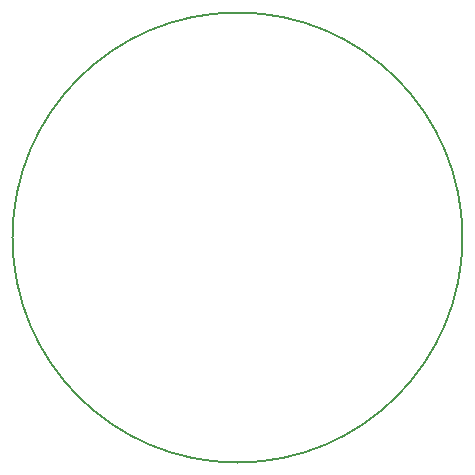
<source format=gbr>
%TF.GenerationSoftware,KiCad,Pcbnew,9.0.6*%
%TF.CreationDate,2026-01-10T16:59:14-06:00*%
%TF.ProjectId,hall_effect_breakout,68616c6c-5f65-4666-9665-63745f627265,rev?*%
%TF.SameCoordinates,Original*%
%TF.FileFunction,Profile,NP*%
%FSLAX46Y46*%
G04 Gerber Fmt 4.6, Leading zero omitted, Abs format (unit mm)*
G04 Created by KiCad (PCBNEW 9.0.6) date 2026-01-10 16:59:14*
%MOMM*%
%LPD*%
G01*
G04 APERTURE LIST*
%TA.AperFunction,Profile*%
%ADD10C,0.200000*%
%TD*%
G04 APERTURE END LIST*
D10*
X120650000Y-101600000D02*
G75*
G02*
X82550000Y-101600000I-19050000J0D01*
G01*
X82550000Y-101600000D02*
G75*
G02*
X120650000Y-101600000I19050000J0D01*
G01*
M02*

</source>
